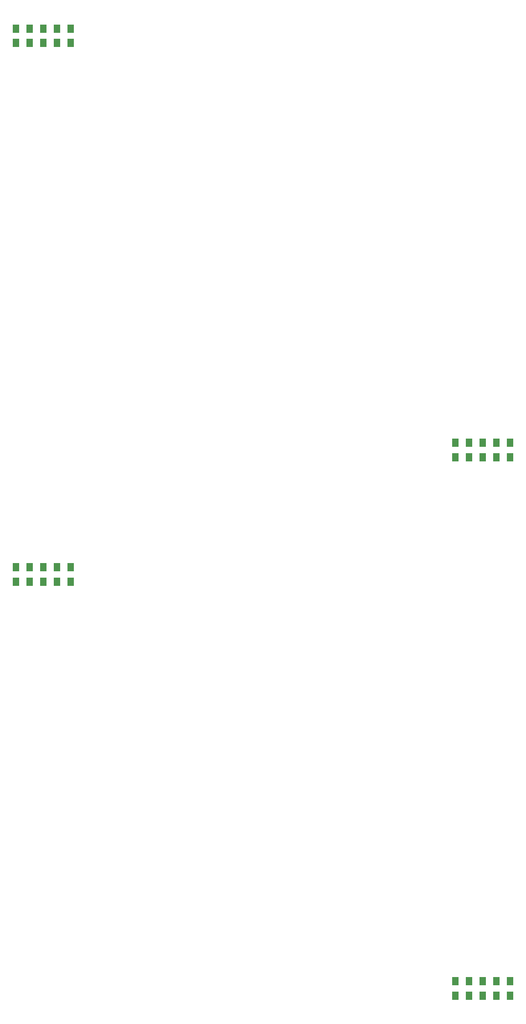
<source format=gbr>
G04 #@! TF.FileFunction,Paste,Bot*
%FSLAX46Y46*%
G04 Gerber Fmt 4.6, Leading zero omitted, Abs format (unit mm)*
G04 Created by KiCad (PCBNEW 4.0.7-e2-6376~58~ubuntu16.04.1) date Sun Nov 18 23:18:58 2018*
%MOMM*%
%LPD*%
G01*
G04 APERTURE LIST*
%ADD10C,0.100000*%
%ADD11R,1.300000X1.500000*%
G04 APERTURE END LIST*
D10*
D11*
X59182580Y-110206880D03*
X59182580Y-112906880D03*
X61722580Y-110206880D03*
X61722580Y-112906880D03*
X64262580Y-110206880D03*
X64262580Y-112906880D03*
X54102580Y-110206880D03*
X54102580Y-112906880D03*
X56642580Y-110206880D03*
X56642580Y-112906880D03*
X140817420Y-189793120D03*
X140817420Y-187093120D03*
X138277420Y-189793120D03*
X138277420Y-187093120D03*
X135737420Y-189793120D03*
X135737420Y-187093120D03*
X145897420Y-189793120D03*
X145897420Y-187093120D03*
X143357420Y-189793120D03*
X143357420Y-187093120D03*
X140817420Y-89793120D03*
X140817420Y-87093120D03*
X138277420Y-89793120D03*
X138277420Y-87093120D03*
X135737420Y-89793120D03*
X135737420Y-87093120D03*
X145897420Y-89793120D03*
X145897420Y-87093120D03*
X143357420Y-89793120D03*
X143357420Y-87093120D03*
X64262580Y-10206880D03*
X64262580Y-12906880D03*
X61722580Y-10206880D03*
X61722580Y-12906880D03*
X59182580Y-10206880D03*
X59182580Y-12906880D03*
X56642580Y-10206880D03*
X56642580Y-12906880D03*
X54102580Y-10206880D03*
X54102580Y-12906880D03*
M02*

</source>
